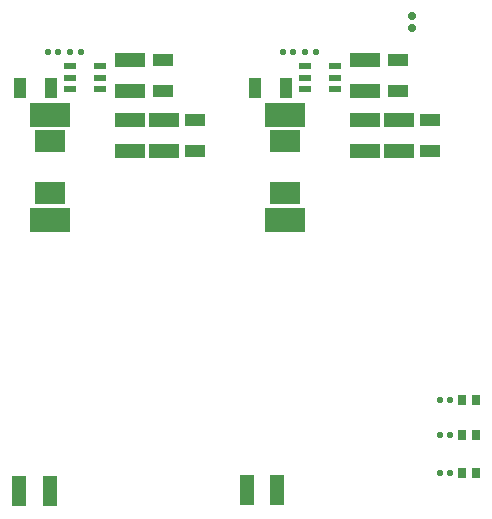
<source format=gtp>
G04*
G04 #@! TF.GenerationSoftware,Altium Limited,Altium Designer,20.0.9 (164)*
G04*
G04 Layer_Color=8421504*
%FSLAX25Y25*%
%MOIN*%
G70*
G01*
G75*
%ADD15R,0.03937X0.02362*%
%ADD16R,0.09843X0.07480*%
%ADD17R,0.13780X0.07874*%
G04:AMPARAMS|DCode=18|XSize=25.2mil|YSize=23.62mil|CornerRadius=5.91mil|HoleSize=0mil|Usage=FLASHONLY|Rotation=90.000|XOffset=0mil|YOffset=0mil|HoleType=Round|Shape=RoundedRectangle|*
%AMROUNDEDRECTD18*
21,1,0.02520,0.01181,0,0,90.0*
21,1,0.01339,0.02362,0,0,90.0*
1,1,0.01181,0.00591,0.00669*
1,1,0.01181,0.00591,-0.00669*
1,1,0.01181,-0.00591,-0.00669*
1,1,0.01181,-0.00591,0.00669*
%
%ADD18ROUNDEDRECTD18*%
G04:AMPARAMS|DCode=19|XSize=20.47mil|YSize=22.05mil|CornerRadius=5.12mil|HoleSize=0mil|Usage=FLASHONLY|Rotation=180.000|XOffset=0mil|YOffset=0mil|HoleType=Round|Shape=RoundedRectangle|*
%AMROUNDEDRECTD19*
21,1,0.02047,0.01181,0,0,180.0*
21,1,0.01024,0.02205,0,0,180.0*
1,1,0.01024,-0.00512,0.00591*
1,1,0.01024,0.00512,0.00591*
1,1,0.01024,0.00512,-0.00591*
1,1,0.01024,-0.00512,-0.00591*
%
%ADD19ROUNDEDRECTD19*%
%ADD20R,0.02756X0.03347*%
%ADD21R,0.06693X0.04331*%
%ADD22R,0.04331X0.06693*%
%ADD23R,0.10433X0.04724*%
%ADD24R,0.04724X0.10433*%
D15*
X376181Y406102D02*
D03*
Y409842D02*
D03*
Y413583D02*
D03*
X386024D02*
D03*
Y409842D02*
D03*
Y406102D02*
D03*
X297835Y406102D02*
D03*
Y409842D02*
D03*
Y413583D02*
D03*
X307677D02*
D03*
Y409842D02*
D03*
Y406102D02*
D03*
D16*
X369291Y388583D02*
D03*
Y371260D02*
D03*
X290945Y371260D02*
D03*
Y388583D02*
D03*
D17*
X369291Y362421D02*
D03*
Y397421D02*
D03*
X290945Y397421D02*
D03*
Y362421D02*
D03*
D18*
X411811Y430236D02*
D03*
Y426457D02*
D03*
D19*
X421102Y302362D02*
D03*
X424567D02*
D03*
X421102Y277953D02*
D03*
X424567Y277953D02*
D03*
X421102Y290551D02*
D03*
X424567Y290551D02*
D03*
X290394Y418504D02*
D03*
X293858D02*
D03*
X297874D02*
D03*
X301339D02*
D03*
X376220Y418504D02*
D03*
X379685D02*
D03*
X368740D02*
D03*
X372205D02*
D03*
D20*
X428346Y302362D02*
D03*
X433071D02*
D03*
X428346Y290551D02*
D03*
X433071D02*
D03*
X428346Y277953D02*
D03*
X433071Y277953D02*
D03*
D21*
X407087Y405512D02*
D03*
Y415748D02*
D03*
X328740Y405512D02*
D03*
Y415748D02*
D03*
X339370Y395669D02*
D03*
Y385433D02*
D03*
X417717Y395669D02*
D03*
Y385433D02*
D03*
D22*
X281102Y406299D02*
D03*
X291339D02*
D03*
X359449Y406299D02*
D03*
X369685D02*
D03*
D23*
X317717Y415748D02*
D03*
Y405512D02*
D03*
X317717Y385433D02*
D03*
Y395669D02*
D03*
X329134Y385433D02*
D03*
Y395669D02*
D03*
X396063Y385433D02*
D03*
Y395669D02*
D03*
X407480Y385433D02*
D03*
Y395669D02*
D03*
X396063Y415748D02*
D03*
Y405512D02*
D03*
D24*
X290945Y272047D02*
D03*
X280709D02*
D03*
X366929Y272441D02*
D03*
X356693D02*
D03*
M02*

</source>
